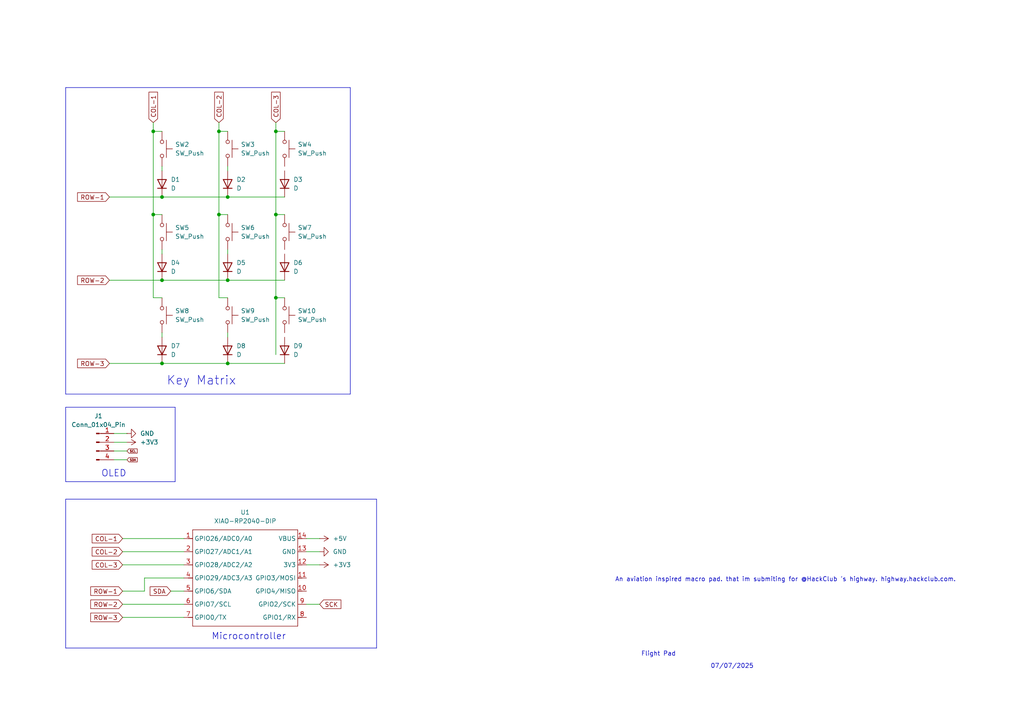
<source format=kicad_sch>
(kicad_sch (version 20231120) (generator "eeschema") (generator_version "8.0")
  (paper "A4")
  (lib_symbols
    (symbol "Connector:Conn_01x04_Pin" (pin_names (offset 1.016) hide)
      (property "Reference" "J" (at 0 5.08 0))
      (property "Value" "Conn_01x04_Pin" (at 0 -7.62 0))
      (symbol "Conn_01x04_Pin_1_1"
        (polyline (pts (xy 1.27 -5.08) (xy 0.8636 -5.08)) (stroke (width 0.1524)))
        (polyline (pts (xy 1.27 -2.54) (xy 0.8636 -2.54)) (stroke (width 0.1524)))
        (polyline (pts (xy 1.27 0) (xy 0.8636 0)) (stroke (width 0.1524)))
        (polyline (pts (xy 1.27 2.54) (xy 0.8636 2.54)) (stroke (width 0.1524)))
        (rectangle (start 0.8636 -4.953) (end 0 -5.207) (stroke (width 0.1524)) (fill (type outline)))
        (rectangle (start 0.8636 -2.413) (end 0 -2.667) (stroke (width 0.1524)) (fill (type outline)))
        (rectangle (start 0.8636 0.127) (end 0 -0.127) (stroke (width 0.1524)) (fill (type outline)))
        (rectangle (start 0.8636 2.667) (end 0 2.413) (stroke (width 0.1524)) (fill (type outline)))
        (pin passive line (at 5.08 2.54 180) (length 3.81) (name "Pin_1") (number "1"))
        (pin passive line (at 5.08 0 180) (length 3.81) (name "Pin_2") (number "2"))
        (pin passive line (at 5.08 -2.54 180) (length 3.81) (name "Pin_3") (number "3"))
        (pin passive line (at 5.08 -5.08 180) (length 3.81) (name "Pin_4") (number "4"))
      )
    )
    (symbol "Device:D" (pin_numbers hide) (pin_names (offset 1.016) hide)
      (property "Reference" "D" (at 0 2.54 0))
      (property "Value" "D" (at 0 -2.54 0))
      (symbol "D_0_1"
        (polyline (pts (xy -1.27 1.27) (xy -1.27 -1.27)) (stroke (width 0.254)))
        (polyline (pts (xy 1.27 0) (xy -1.27 0)))
        (polyline (pts (xy 1.27 1.27) (xy 1.27 -1.27) (xy -1.27 0) (xy 1.27 1.27)) (stroke (width 0.254)))
      )
      (symbol "D_1_1"
        (pin passive line (at -3.81 0 0) (length 2.54) (name "K") (number "1"))
        (pin passive line (at 3.81 0 180) (length 2.54) (name "A") (number "2"))
      )
    )
    (symbol "Seeed_Studio_XIAO_Series:XIAO-RP2040-DIP"
      (property "Reference" "U" (at 0 0 0))
      (property "Value" "XIAO-RP2040-DIP" (at 5.334 -1.778 0))
      (symbol "XIAO-RP2040-DIP_1_0"
        (polyline (pts (xy -1.27 -30.48) (xy -1.27 -16.51)) (stroke (width 0.1524)))
        (polyline (pts (xy -1.27 -27.94) (xy -2.54 -27.94)) (stroke (width 0.1524)))
        (polyline (pts (xy -1.27 -24.13) (xy -2.54 -24.13)) (stroke (width 0.1524)))
        (polyline (pts (xy -1.27 -20.32) (xy -2.54 -20.32)) (stroke (width 0.1524)))
        (polyline (pts (xy -1.27 -16.51) (xy -2.54 -16.51)) (stroke (width 0.1524)))
        (polyline (pts (xy -1.27 -16.51) (xy -1.27 -12.7)) (stroke (width 0.1524)))
        (polyline (pts (xy -1.27 -12.7) (xy -2.54 -12.7)) (stroke (width 0.1524)))
        (polyline (pts (xy -1.27 -12.7) (xy -1.27 -8.89)) (stroke (width 0.1524)))
        (polyline (pts (xy -1.27 -8.89) (xy -2.54 -8.89)) (stroke (width 0.1524)))
        (polyline (pts (xy -1.27 -8.89) (xy -1.27 -5.08)) (stroke (width 0.1524)))
        (polyline (pts (xy -1.27 -5.08) (xy -2.54 -5.08)) (stroke (width 0.1524)))
        (polyline (pts (xy -1.27 -5.08) (xy -1.27 -2.54)) (stroke (width 0.1524)))
        (polyline (pts (xy -1.27 -2.54) (xy 29.21 -2.54)) (stroke (width 0.1524)))
        (polyline (pts (xy 29.21 -30.48) (xy -1.27 -30.48)) (stroke (width 0.1524)))
        (polyline (pts (xy 29.21 -12.7) (xy 29.21 -30.48)) (stroke (width 0.1524)))
        (polyline (pts (xy 29.21 -8.89) (xy 29.21 -12.7)) (stroke (width 0.1524)))
        (polyline (pts (xy 29.21 -5.08) (xy 29.21 -8.89)) (stroke (width 0.1524)))
        (polyline (pts (xy 29.21 -2.54) (xy 29.21 -5.08)) (stroke (width 0.1524)))
        (polyline (pts (xy 30.48 -27.94) (xy 29.21 -27.94)) (stroke (width 0.1524)))
        (polyline (pts (xy 30.48 -24.13) (xy 29.21 -24.13)) (stroke (width 0.1524)))
        (polyline (pts (xy 30.48 -20.32) (xy 29.21 -20.32)) (stroke (width 0.1524)))
        (polyline (pts (xy 30.48 -16.51) (xy 29.21 -16.51)) (stroke (width 0.1524)))
        (polyline (pts (xy 30.48 -12.7) (xy 29.21 -12.7)) (stroke (width 0.1524)))
        (polyline (pts (xy 30.48 -8.89) (xy 29.21 -8.89)) (stroke (width 0.1524)))
        (polyline (pts (xy 30.48 -5.08) (xy 29.21 -5.08)) (stroke (width 0.1524)))
        (pin passive line (at -3.81 -5.08 0) (length 2.54) (name "GPIO26/ADC0/A0") (number "1"))
        (pin passive line (at 31.75 -20.32 180) (length 2.54) (name "GPIO4/MISO") (number "10"))
        (pin passive line (at 31.75 -16.51 180) (length 2.54) (name "GPIO3/MOSI") (number "11"))
        (pin passive line (at 31.75 -12.7 180) (length 2.54) (name "3V3") (number "12"))
        (pin passive line (at 31.75 -8.89 180) (length 2.54) (name "GND") (number "13"))
        (pin passive line (at 31.75 -5.08 180) (length 2.54) (name "VBUS") (number "14"))
        (pin passive line (at -3.81 -8.89 0) (length 2.54) (name "GPIO27/ADC1/A1") (number "2"))
        (pin passive line (at -3.81 -12.7 0) (length 2.54) (name "GPIO28/ADC2/A2") (number "3"))
        (pin passive line (at -3.81 -16.51 0) (length 2.54) (name "GPIO29/ADC3/A3") (number "4"))
        (pin passive line (at -3.81 -20.32 0) (length 2.54) (name "GPIO6/SDA") (number "5"))
        (pin passive line (at -3.81 -24.13 0) (length 2.54) (name "GPIO7/SCL") (number "6"))
        (pin passive line (at -3.81 -27.94 0) (length 2.54) (name "GPIO0/TX") (number "7"))
        (pin passive line (at 31.75 -27.94 180) (length 2.54) (name "GPIO1/RX") (number "8"))
        (pin passive line (at 31.75 -24.13 180) (length 2.54) (name "GPIO2/SCK") (number "9"))
      )
    )
    (symbol "Switch:SW_Push" (pin_numbers hide) (pin_names (offset 1.016) hide)
      (property "Reference" "SW" (at 1.27 2.54 0))
      (property "Value" "SW_Push" (at 0 -1.524 0))
      (symbol "SW_Push_0_1"
        (circle (center -2.032 0) (radius 0.508))
        (polyline (pts (xy 0 1.27) (xy 0 3.048)))
        (polyline (pts (xy 2.54 1.27) (xy -2.54 1.27)))
        (circle (center 2.032 0) (radius 0.508))
        (pin passive line (at -5.08 0 0) (length 2.54) (name "1") (number "1"))
        (pin passive line (at 5.08 0 180) (length 2.54) (name "2") (number "2"))
      )
    )
    (symbol "power:+3V3" (power) (pin_numbers hide) (pin_names (offset 0) hide)
      (property "Value" "+3V3" (at 0 3.556 0))
      (symbol "+3V3_0_1"
        (polyline (pts (xy -0.762 1.27) (xy 0 2.54)))
        (polyline (pts (xy 0 0) (xy 0 2.54)))
        (polyline (pts (xy 0 2.54) (xy 0.762 1.27)))
      )
      (symbol "+3V3_1_1"
        (pin power_in line (at 0 0 90) (length 0) (name "~") (number "1"))
      )
    )
    (symbol "power:+5V" (power) (pin_numbers hide) (pin_names (offset 0) hide)
      (property "Value" "+5V" (at 0 3.556 0))
      (symbol "+5V_0_1"
        (polyline (pts (xy -0.762 1.27) (xy 0 2.54)))
        (polyline (pts (xy 0 0) (xy 0 2.54)))
        (polyline (pts (xy 0 2.54) (xy 0.762 1.27)))
      )
      (symbol "+5V_1_1"
        (pin power_in line (at 0 0 90) (length 0) (name "~") (number "1"))
      )
    )
    (symbol "power:GND" (power) (pin_numbers hide) (pin_names (offset 0) hide)
      (property "Value" "GND" (at 0 -3.81 0))
      (symbol "GND_0_1"
        (polyline (pts (xy 0 0) (xy 0 -1.27) (xy 1.27 -1.27) (xy 0 -2.54) (xy -1.27 -1.27) (xy 0 -1.27)))
      )
      (symbol "GND_1_1"
        (pin power_in line (at 0 0 270) (length 0) (name "~") (number "1"))
      )
    )
  )
  (junction (at 44.45 62.23))
  (junction (at 46.99 105.41))
  (junction (at 66.04 105.41))
  (junction (at 66.04 81.28))
  (junction (at 46.99 81.28))
  (junction (at 46.99 57.15))
  (junction (at 80.01 86.36))
  (junction (at 80.01 62.23))
  (junction (at 66.04 57.15))
  (junction (at 63.5 62.23))
  (junction (at 80.01 38.1))
  (junction (at 63.5 38.1))
  (junction (at 44.45 38.1))
  (wire (pts (xy 88.9 156.21) (xy 92.71 156.21)))
  (wire (pts (xy 46.99 96.52) (xy 46.99 97.79)))
  (wire (pts (xy 46.99 48.26) (xy 46.99 49.53)))
  (wire (pts (xy 44.45 86.36) (xy 46.99 86.36)))
  (wire (pts (xy 66.04 48.26) (xy 66.04 49.53)))
  (wire (pts (xy 41.91 171.45) (xy 41.91 167.64)))
  (wire (pts (xy 44.45 38.1) (xy 44.45 62.23)))
  (wire (pts (xy 33.02 133.35) (xy 36.83 133.35)))
  (wire (pts (xy 66.04 96.52) (xy 66.04 97.79)))
  (wire (pts (xy 35.56 179.07) (xy 53.34 179.07)))
  (wire (pts (xy 80.01 86.36) (xy 82.55 86.36)))
  (wire (pts (xy 35.56 163.83) (xy 53.34 163.83)))
  (wire (pts (xy 80.01 62.23) (xy 80.01 86.36)))
  (wire (pts (xy 35.56 171.45) (xy 41.91 171.45)))
  (wire (pts (xy 88.9 175.26) (xy 92.71 175.26)))
  (polyline (pts (xy 19.05 118.11) (xy 50.8 118.11)))
  (wire (pts (xy 88.9 160.02) (xy 92.71 160.02)))
  (wire (pts (xy 63.5 35.56) (xy 63.5 38.1)))
  (wire (pts (xy 31.75 57.15) (xy 46.99 57.15)))
  (wire (pts (xy 66.04 57.15) (xy 82.55 57.15)))
  (wire (pts (xy 33.02 130.81) (xy 36.83 130.81)))
  (wire (pts (xy 46.99 57.15) (xy 66.04 57.15)))
  (wire (pts (xy 35.56 175.26) (xy 53.34 175.26)))
  (polyline (pts (xy 109.22 187.96) (xy 109.22 144.78)))
  (wire (pts (xy 46.99 81.28) (xy 66.04 81.28)))
  (polyline (pts (xy 109.22 144.78) (xy 19.05 144.78)))
  (wire (pts (xy 49.53 171.45) (xy 53.34 171.45)))
  (wire (pts (xy 66.04 105.41) (xy 82.55 105.41)))
  (wire (pts (xy 80.01 38.1) (xy 82.55 38.1)))
  (wire (pts (xy 88.9 163.83) (xy 92.71 163.83)))
  (polyline (pts (xy 19.05 187.96) (xy 109.22 187.96)))
  (wire (pts (xy 66.04 72.39) (xy 66.04 73.66)))
  (wire (pts (xy 46.99 105.41) (xy 66.04 105.41)))
  (wire (pts (xy 63.5 62.23) (xy 66.04 62.23)))
  (wire (pts (xy 31.75 81.28) (xy 46.99 81.28)))
  (polyline (pts (xy 19.05 114.3) (xy 101.6 114.3)))
  (wire (pts (xy 35.56 156.21) (xy 53.34 156.21)))
  (wire (pts (xy 46.99 72.39) (xy 46.99 73.66)))
  (wire (pts (xy 44.45 62.23) (xy 46.99 62.23)))
  (wire (pts (xy 80.01 86.36) (xy 80.01 102.87)))
  (wire (pts (xy 63.5 38.1) (xy 63.5 62.23)))
  (wire (pts (xy 44.45 38.1) (xy 46.99 38.1)))
  (wire (pts (xy 80.01 35.56) (xy 80.01 38.1)))
  (wire (pts (xy 66.04 81.28) (xy 82.55 81.28)))
  (polyline (pts (xy 19.05 144.78) (xy 19.05 187.96)))
  (polyline (pts (xy 50.8 139.7) (xy 19.05 139.7)))
  (wire (pts (xy 63.5 86.36) (xy 66.04 86.36)))
  (wire (pts (xy 80.01 62.23) (xy 82.55 62.23)))
  (wire (pts (xy 63.5 62.23) (xy 63.5 86.36)))
  (polyline (pts (xy 101.6 114.3) (xy 101.6 25.4)))
  (wire (pts (xy 33.02 128.27) (xy 36.83 128.27)))
  (wire (pts (xy 63.5 38.1) (xy 66.04 38.1)))
  (polyline (pts (xy 101.6 25.4) (xy 19.05 25.4)))
  (wire (pts (xy 35.56 160.02) (xy 53.34 160.02)))
  (polyline (pts (xy 50.8 118.11) (xy 50.8 139.7)))
  (wire (pts (xy 33.02 125.73) (xy 36.83 125.73)))
  (wire (pts (xy 31.75 105.41) (xy 46.99 105.41)))
  (wire (pts (xy 41.91 167.64) (xy 53.34 167.64)))
  (polyline (pts (xy 19.05 25.4) (xy 19.05 114.3)))
  (wire (pts (xy 44.45 35.56) (xy 44.45 38.1)))
  (polyline (pts (xy 19.05 118.11) (xy 19.05 139.7)))
  (wire (pts (xy 80.01 38.1) (xy 80.01 62.23)))
  (wire (pts (xy 44.45 62.23) (xy 44.45 86.36)))
  (text "07/07/2025" (at 212.344 193.294 0) (effects (font (size 1.27 1.27))))
  (text "Microcontroller " (at 72.898 184.658 0) (effects (font (size 1.905 1.905))))
  (text "Key Matrix\n" (at 58.42 110.49 0) (effects (font (size 2.54 2.54))))
  (text "An aviation inspired macro pad. that im submiting for @HackClub 's highway. highway.hackclub.com." (at 227.838 168.148 0) (effects (font (size 1.27 1.27))))
  (text "OLED" (at 33.02 137.414 0) (effects (font (size 1.905 1.905))))
  (text "Flight Pad" (at 191.008 189.738 0) (effects (font (size 1.27 1.27))))
  (global_label "ROW-2" (shape input) (at 31.75 81.28 180) (property "Intersheetrefs" "${INTERSHEET_REFS}" (effects (hide yes))))
  (global_label "SDA" (shape input) (at 49.53 171.45 180) (property "Intersheetrefs" "${INTERSHEET_REFS}" (effects (hide yes))))
  (global_label "COL-2" (shape input) (at 63.5 35.56 90) (property "Intersheetrefs" "${INTERSHEET_REFS}" (effects (hide yes))))
  (global_label "SCK" (shape input) (at 92.71 175.26 0) (property "Intersheetrefs" "${INTERSHEET_REFS}" (effects (hide yes))))
  (global_label "SCL" (shape input) (at 36.83 130.81 0) (effects (font (size 0.635 0.635))) (property "Intersheetrefs" "${INTERSHEET_REFS}" (effects (hide yes))))
  (global_label "COL-1" (shape input) (at 44.45 35.56 90) (property "Intersheetrefs" "${INTERSHEET_REFS}" (effects (hide yes))))
  (global_label "COL-2" (shape input) (at 35.56 160.02 180) (property "Intersheetrefs" "${INTERSHEET_REFS}" (effects (hide yes))))
  (global_label "ROW-2" (shape input) (at 35.56 175.26 180) (property "Intersheetrefs" "${INTERSHEET_REFS}" (effects (hide yes))))
  (global_label "ROW-1" (shape input) (at 31.75 57.15 180) (property "Intersheetrefs" "${INTERSHEET_REFS}" (effects (hide yes))))
  (global_label "ROW-3" (shape input) (at 35.56 179.07 180) (property "Intersheetrefs" "${INTERSHEET_REFS}" (effects (hide yes))))
  (global_label "COL-3" (shape input) (at 35.56 163.83 180) (property "Intersheetrefs" "${INTERSHEET_REFS}" (effects (hide yes))))
  (global_label "COL-1" (shape input) (at 35.56 156.21 180) (property "Intersheetrefs" "${INTERSHEET_REFS}" (effects (hide yes))))
  (global_label "ROW-3" (shape input) (at 31.75 105.41 180) (property "Intersheetrefs" "${INTERSHEET_REFS}" (effects (hide yes))))
  (global_label "COL-3" (shape input) (at 80.01 35.56 90) (property "Intersheetrefs" "${INTERSHEET_REFS}" (effects (hide yes))))
  (global_label "SDA" (shape input) (at 36.83 133.35 0) (effects (font (size 0.635 0.635))) (property "Intersheetrefs" "${INTERSHEET_REFS}" (effects (hide yes))))
  (global_label "ROW-1" (shape input) (at 35.56 171.45 180) (property "Intersheetrefs" "${INTERSHEET_REFS}" (effects (hide yes))))
  (symbol (lib_id "Device:D") (at 46.99 53.34 90) (unit 1)
    (property "Reference" "D1" (at 49.53 52.0699 90) (effects (justify right)))
    (property "Value" "D" (at 49.53 54.6099 90) (effects (justify right)))
    (property "Description" "Diode" (effects (hide yes)))
    (property "Sim.Device" "D" (effects (hide yes)))
    (property "Sim.Pins" "1=K 2=A" (effects (hide yes)))
  )
  (symbol (lib_id "Switch:SW_Push") (at 82.55 91.44 270) (unit 1)
    (property "Reference" "SW10" (at 86.36 90.1699 90) (effects (justify left)))
    (property "Value" "SW_Push" (at 86.36 92.7099 90) (effects (justify left)))
    (property "Description" "Push button switch, generic, two pins" (effects (hide yes)))
  )
  (symbol (lib_id "Device:D") (at 82.55 77.47 90) (unit 1)
    (property "Reference" "D6" (at 85.09 76.1999 90) (effects (justify right)))
    (property "Value" "D" (at 85.09 78.7399 90) (effects (justify right)))
    (property "Description" "Diode" (effects (hide yes)))
    (property "Sim.Device" "D" (effects (hide yes)))
    (property "Sim.Pins" "1=K 2=A" (effects (hide yes)))
  )
  (symbol (lib_id "Seeed_Studio_XIAO_Series:XIAO-RP2040-DIP") (at 57.15 151.13 0) (unit 1)
    (property "Reference" "U1" (at 71.12 148.59 0))
    (property "Value" "XIAO-RP2040-DIP" (at 71.12 151.13 0))
    (property "Footprint" "Module:MOUDLE14P-XIAO-DIP-SMD" (effects (hide yes)))
  )
  (symbol (lib_id "Device:D") (at 82.55 53.34 90) (unit 1)
    (property "Reference" "D3" (at 85.09 52.0699 90) (effects (justify right)))
    (property "Value" "D" (at 85.09 54.6099 90) (effects (justify right)))
    (property "Description" "Diode" (effects (hide yes)))
    (property "Sim.Device" "D" (effects (hide yes)))
    (property "Sim.Pins" "1=K 2=A" (effects (hide yes)))
  )
  (symbol (lib_id "Connector:Conn_01x04_Pin") (at 27.94 128.27 0) (unit 1)
    (property "Reference" "J1" (at 28.575 120.65 0))
    (property "Value" "Conn_01x04_Pin" (at 28.575 123.19 0))
    (property "Description" "Generic connector, single row, 01x04, script generated" (effects (hide yes)))
  )
  (symbol (lib_id "power:+5V") (at 92.71 156.21 270) (unit 1)
    (property "Reference" "#PWR01" (effects (hide yes)))
    (property "Value" "+5V" (at 96.52 156.2099 90) (effects (justify left)))
    (property "Description" "Power symbol creates a global label with name \"+5V\"" (effects (hide yes)))
  )
  (symbol (lib_id "Switch:SW_Push") (at 82.55 43.18 270) (unit 1)
    (property "Reference" "SW4" (at 86.36 41.9099 90) (effects (justify left)))
    (property "Value" "SW_Push" (at 86.36 44.4499 90) (effects (justify left)))
    (property "Description" "Push button switch, generic, two pins" (effects (hide yes)))
  )
  (symbol (lib_id "Device:D") (at 66.04 77.47 90) (unit 1)
    (property "Reference" "D5" (at 68.58 76.1999 90) (effects (justify right)))
    (property "Value" "D" (at 68.58 78.7399 90) (effects (justify right)))
    (property "Description" "Diode" (effects (hide yes)))
    (property "Sim.Device" "D" (effects (hide yes)))
    (property "Sim.Pins" "1=K 2=A" (effects (hide yes)))
  )
  (symbol (lib_id "Switch:SW_Push") (at 82.55 67.31 270) (unit 1)
    (property "Reference" "SW7" (at 86.36 66.0399 90) (effects (justify left)))
    (property "Value" "SW_Push" (at 86.36 68.5799 90) (effects (justify left)))
    (property "Description" "Push button switch, generic, two pins" (effects (hide yes)))
  )
  (symbol (lib_id "power:GND") (at 36.83 125.73 90) (unit 1)
    (property "Reference" "#PWR05" (effects (hide yes)))
    (property "Value" "GND" (at 40.64 125.7299 90) (effects (justify right)))
    (property "Description" "Power symbol creates a global label with name \"GND\" , ground" (effects (hide yes)))
  )
  (symbol (lib_id "power:+3V3") (at 36.83 128.27 270) (unit 1)
    (property "Reference" "#PWR04" (effects (hide yes)))
    (property "Value" "+3V3" (at 40.64 128.2699 90) (effects (justify left)))
    (property "Description" "Power symbol creates a global label with name \"+3V3\"" (effects (hide yes)))
  )
  (symbol (lib_id "Switch:SW_Push") (at 46.99 67.31 270) (unit 1)
    (property "Reference" "SW5" (at 50.8 66.0399 90) (effects (justify left)))
    (property "Value" "SW_Push" (at 50.8 68.5799 90) (effects (justify left)))
    (property "Description" "Push button switch, generic, two pins" (effects (hide yes)))
  )
  (symbol (lib_id "Device:D") (at 46.99 77.47 90) (unit 1)
    (property "Reference" "D4" (at 49.53 76.1999 90) (effects (justify right)))
    (property "Value" "D" (at 49.53 78.7399 90) (effects (justify right)))
    (property "Description" "Diode" (effects (hide yes)))
    (property "Sim.Device" "D" (effects (hide yes)))
    (property "Sim.Pins" "1=K 2=A" (effects (hide yes)))
  )
  (symbol (lib_id "Device:D") (at 46.99 101.6 90) (unit 1)
    (property "Reference" "D7" (at 49.53 100.3299 90) (effects (justify right)))
    (property "Value" "D" (at 49.53 102.8699 90) (effects (justify right)))
    (property "Description" "Diode" (effects (hide yes)))
    (property "Sim.Device" "D" (effects (hide yes)))
    (property "Sim.Pins" "1=K 2=A" (effects (hide yes)))
  )
  (symbol (lib_id "Switch:SW_Push") (at 66.04 43.18 270) (unit 1)
    (property "Reference" "SW3" (at 69.85 41.9099 90) (effects (justify left)))
    (property "Value" "SW_Push" (at 69.85 44.4499 90) (effects (justify left)))
    (property "Description" "Push button switch, generic, two pins" (effects (hide yes)))
  )
  (symbol (lib_id "Switch:SW_Push") (at 66.04 67.31 270) (unit 1)
    (property "Reference" "SW6" (at 69.85 66.0399 90) (effects (justify left)))
    (property "Value" "SW_Push" (at 69.85 68.5799 90) (effects (justify left)))
    (property "Description" "Push button switch, generic, two pins" (effects (hide yes)))
  )
  (symbol (lib_id "Switch:SW_Push") (at 46.99 43.18 270) (unit 1)
    (property "Reference" "SW2" (at 50.8 41.9099 90) (effects (justify left)))
    (property "Value" "SW_Push" (at 50.8 44.4499 90) (effects (justify left)))
    (property "Description" "Push button switch, generic, two pins" (effects (hide yes)))
  )
  (symbol (lib_id "Device:D") (at 66.04 53.34 90) (unit 1)
    (property "Reference" "D2" (at 68.58 52.0699 90) (effects (justify right)))
    (property "Value" "D" (at 68.58 54.6099 90) (effects (justify right)))
    (property "Description" "Diode" (effects (hide yes)))
    (property "Sim.Device" "D" (effects (hide yes)))
    (property "Sim.Pins" "1=K 2=A" (effects (hide yes)))
  )
  (symbol (lib_id "power:+3V3") (at 92.71 163.83 270) (unit 1)
    (property "Reference" "#PWR03" (effects (hide yes)))
    (property "Value" "+3V3" (at 96.52 163.8299 90) (effects (justify left)))
    (property "Description" "Power symbol creates a global label with name \"+3V3\"" (effects (hide yes)))
  )
  (symbol (lib_id "Device:D") (at 82.55 101.6 90) (unit 1)
    (property "Reference" "D9" (at 85.09 100.3299 90) (effects (justify right)))
    (property "Value" "D" (at 85.09 102.8699 90) (effects (justify right)))
    (property "Description" "Diode" (effects (hide yes)))
    (property "Sim.Device" "D" (effects (hide yes)))
    (property "Sim.Pins" "1=K 2=A" (effects (hide yes)))
  )
  (symbol (lib_id "Switch:SW_Push") (at 66.04 91.44 270) (unit 1)
    (property "Reference" "SW9" (at 69.85 90.1699 90) (effects (justify left)))
    (property "Value" "SW_Push" (at 69.85 92.7099 90) (effects (justify left)))
    (property "Description" "Push button switch, generic, two pins" (effects (hide yes)))
  )
  (symbol (lib_id "Switch:SW_Push") (at 46.99 91.44 270) (unit 1)
    (property "Reference" "SW8" (at 50.8 90.1699 90) (effects (justify left)))
    (property "Value" "SW_Push" (at 50.8 92.7099 90) (effects (justify left)))
    (property "Description" "Push button switch, generic, two pins" (effects (hide yes)))
  )
  (symbol (lib_id "Device:D") (at 66.04 101.6 90) (unit 1)
    (property "Reference" "D8" (at 68.58 100.3299 90) (effects (justify right)))
    (property "Value" "D" (at 68.58 102.8699 90) (effects (justify right)))
    (property "Description" "Diode" (effects (hide yes)))
    (property "Sim.Device" "D" (effects (hide yes)))
    (property "Sim.Pins" "1=K 2=A" (effects (hide yes)))
  )
  (symbol (lib_id "power:GND") (at 92.71 160.02 90) (unit 1)
    (property "Reference" "#PWR02" (effects (hide yes)))
    (property "Value" "GND" (at 96.52 160.0199 90) (effects (justify right)))
    (property "Description" "Power symbol creates a global label with name \"GND\" , ground" (effects (hide yes)))
  )
)
</source>
